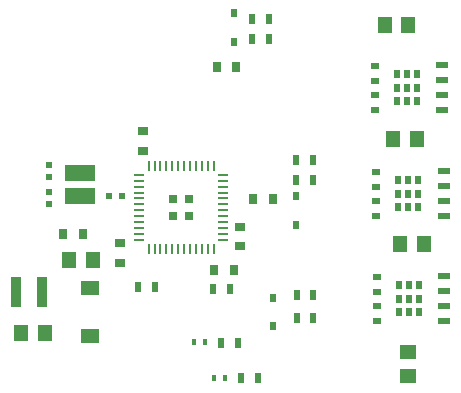
<source format=gtp>
G04 #@! TF.FileFunction,Paste,Top*
%FSLAX46Y46*%
G04 Gerber Fmt 4.6, Leading zero omitted, Abs format (unit mm)*
G04 Created by KiCad (PCBNEW 4.0.6-e0-6349~53~ubuntu16.04.1) date Wed Mar  8 22:49:17 2017*
%MOMM*%
%LPD*%
G01*
G04 APERTURE LIST*
%ADD10C,0.100000*%
%ADD11R,0.900000X2.600000*%
%ADD12R,0.800000X0.900000*%
%ADD13R,2.600000X1.400000*%
%ADD14R,0.300000X0.500000*%
%ADD15R,1.540000X1.300000*%
%ADD16R,0.500000X0.800000*%
%ADD17R,0.800000X0.500000*%
%ADD18R,1.050000X0.600000*%
%ADD19R,0.500000X0.700000*%
%ADD20R,1.250000X1.450000*%
%ADD21R,1.450000X1.250000*%
%ADD22R,0.900000X0.800000*%
%ADD23R,0.550000X0.890000*%
%ADD24R,0.620000X0.620000*%
%ADD25R,0.540000X0.620000*%
%ADD26R,0.740000X0.740000*%
%ADD27O,0.950000X0.150000*%
%ADD28O,0.150000X0.950000*%
G04 APERTURE END LIST*
D10*
D11*
X143800000Y-104750000D03*
X146000000Y-104750000D03*
D12*
X162430000Y-85700000D03*
X160770000Y-85700000D03*
D13*
X149150000Y-96650000D03*
X149150000Y-94750000D03*
D14*
X160550000Y-112055000D03*
X161450000Y-112055000D03*
X158850000Y-109005000D03*
X159750000Y-109005000D03*
D15*
X150000000Y-104485000D03*
X150000000Y-108515000D03*
D16*
X176850000Y-88650000D03*
X177700000Y-88650000D03*
X176000000Y-88650000D03*
X176850000Y-86350000D03*
X177700000Y-86350000D03*
X176000000Y-86350000D03*
X176000000Y-87500000D03*
X177700000Y-87500000D03*
D17*
X174150000Y-89375000D03*
X174150000Y-85625000D03*
X174150000Y-88100000D03*
D18*
X179875000Y-88135000D03*
X179875000Y-89405000D03*
X179875000Y-86865000D03*
X179875000Y-85595000D03*
D17*
X174150000Y-86900000D03*
D16*
X176850000Y-87500000D03*
X176975000Y-97615000D03*
X177825000Y-97615000D03*
X176125000Y-97615000D03*
X176975000Y-95315000D03*
X177825000Y-95315000D03*
X176125000Y-95315000D03*
X176125000Y-96465000D03*
X177825000Y-96465000D03*
D17*
X174275000Y-98340000D03*
X174275000Y-94590000D03*
X174275000Y-97065000D03*
D18*
X180000000Y-97100000D03*
X180000000Y-98370000D03*
X180000000Y-95830000D03*
X180000000Y-94560000D03*
D17*
X174275000Y-95865000D03*
D16*
X176975000Y-96465000D03*
X177025000Y-106525000D03*
X177875000Y-106525000D03*
X176175000Y-106525000D03*
X177025000Y-104225000D03*
X177875000Y-104225000D03*
X176175000Y-104225000D03*
X176175000Y-105375000D03*
X177875000Y-105375000D03*
D17*
X174325000Y-107250000D03*
X174325000Y-103500000D03*
X174325000Y-105975000D03*
D18*
X180050000Y-106010000D03*
X180050000Y-107280000D03*
X180050000Y-104740000D03*
X180050000Y-103470000D03*
D17*
X174325000Y-104775000D03*
D16*
X177025000Y-105375000D03*
D19*
X162200000Y-83600000D03*
X162200000Y-81200000D03*
D20*
X175000000Y-82150000D03*
X177000000Y-82150000D03*
D19*
X167500000Y-99105000D03*
X167500000Y-96705000D03*
X165500000Y-105305000D03*
X165500000Y-107705000D03*
D20*
X176300000Y-100700000D03*
X178300000Y-100700000D03*
X144200000Y-108250000D03*
X146200000Y-108250000D03*
X150300000Y-102100000D03*
X148300000Y-102100000D03*
X175700000Y-91800000D03*
X177700000Y-91800000D03*
D21*
X177000000Y-109900000D03*
X177000000Y-111900000D03*
D12*
X149430000Y-99900000D03*
X147770000Y-99900000D03*
D22*
X154500000Y-92830000D03*
X154500000Y-91170000D03*
X152600000Y-100670000D03*
X152600000Y-102330000D03*
D12*
X165530000Y-96925000D03*
X163870000Y-96925000D03*
D22*
X162700000Y-100930000D03*
X162700000Y-99270000D03*
D23*
X165210000Y-81700000D03*
X163790000Y-81700000D03*
X165210000Y-83400000D03*
X163790000Y-83400000D03*
X168910000Y-95305000D03*
X167490000Y-95305000D03*
X168920000Y-93605000D03*
X167500000Y-93605000D03*
X168960000Y-107005000D03*
X167540000Y-107005000D03*
X168960000Y-105005000D03*
X167540000Y-105005000D03*
X164260000Y-112105000D03*
X162840000Y-112105000D03*
X160490000Y-104500000D03*
X161910000Y-104500000D03*
D12*
X160570000Y-102900000D03*
X162230000Y-102900000D03*
D23*
X154090000Y-104400000D03*
X155510000Y-104400000D03*
X162560000Y-109105000D03*
X161140000Y-109105000D03*
D24*
X146600000Y-94050000D03*
X146600000Y-95050000D03*
X146600000Y-97350000D03*
X146600000Y-96350000D03*
D25*
X152740000Y-96700000D03*
X151660000Y-96700000D03*
D26*
X158450000Y-98325000D03*
X157050000Y-98325000D03*
X158450000Y-96925000D03*
D27*
X154225000Y-94875000D03*
X154225000Y-95375000D03*
X154225000Y-95875000D03*
X154225000Y-96375000D03*
X154225000Y-96875000D03*
X154225000Y-97375000D03*
X154225000Y-97875000D03*
X154225000Y-98375000D03*
X154225000Y-98875000D03*
X154225000Y-99375000D03*
X154225000Y-99875000D03*
X154225000Y-100375000D03*
D28*
X155000000Y-101150000D03*
X155500000Y-101150000D03*
X156000000Y-101150000D03*
X156500000Y-101150000D03*
X157000000Y-101150000D03*
X157500000Y-101150000D03*
X158000000Y-101150000D03*
X158500000Y-101150000D03*
X159000000Y-101150000D03*
X159500000Y-101150000D03*
X160000000Y-101150000D03*
X160500000Y-101150000D03*
D27*
X161275000Y-100375000D03*
X161275000Y-99875000D03*
X161275000Y-99375000D03*
X161275000Y-98875000D03*
X161275000Y-98375000D03*
X161275000Y-97875000D03*
X161275000Y-97375000D03*
X161275000Y-96875000D03*
X161275000Y-96375000D03*
X161275000Y-95875000D03*
X161275000Y-95375000D03*
X161275000Y-94875000D03*
D28*
X160500000Y-94100000D03*
X160000000Y-94100000D03*
X159500000Y-94100000D03*
X159000000Y-94100000D03*
X158500000Y-94100000D03*
X158000000Y-94100000D03*
X157500000Y-94100000D03*
X157000000Y-94100000D03*
X156500000Y-94100000D03*
X156000000Y-94100000D03*
X155500000Y-94100000D03*
X155000000Y-94100000D03*
D26*
X157050000Y-96925000D03*
M02*

</source>
